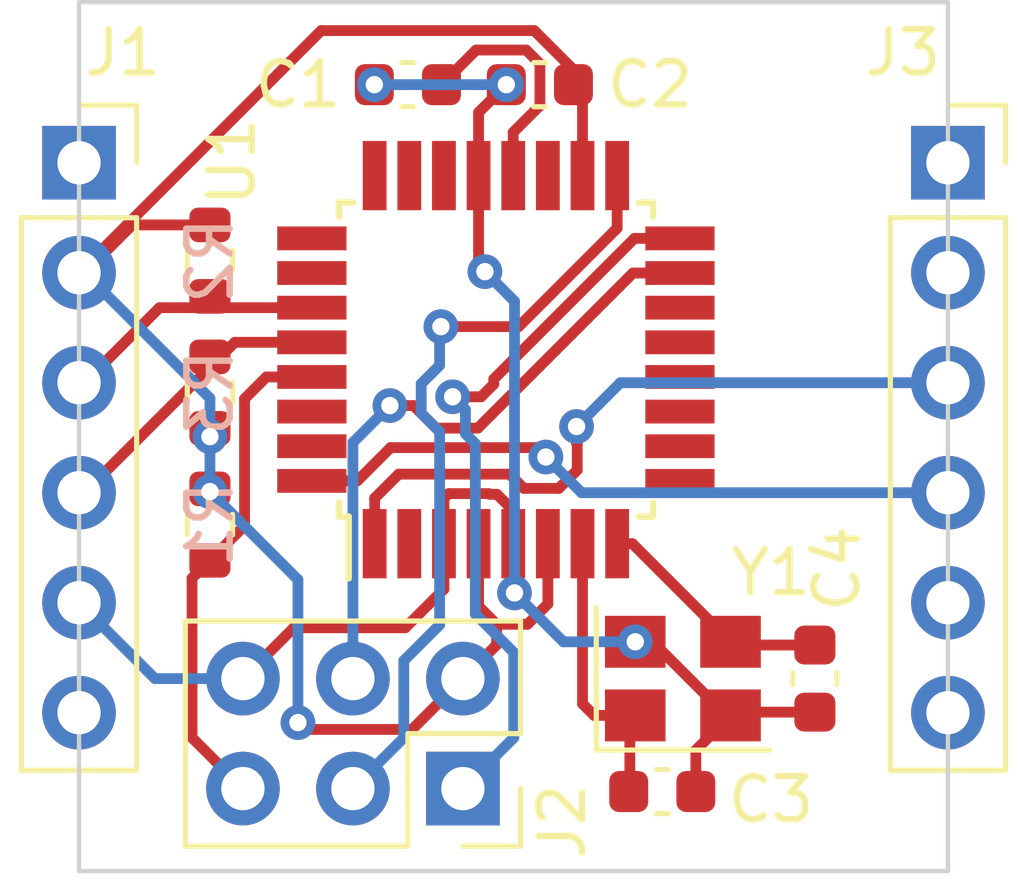
<source format=kicad_pcb>
(kicad_pcb (version 20210722) (generator pcbnew)
  (layers (0 "F.Cu" signal) (31 "B.Cu" signal) (34 "B.Paste" user) (35 "F.Paste" user) (36 "B.SilkS" user "B.Silkscreen") (37 "F.SilkS" user "F.Silkscreen") (38 "B.Mask" user) (39 "F.Mask" user) (44 "Edge.Cuts" user))
  (net 0 "")
  (net 1 "GND")
  (net 2 "Net-(C1-Pad2)")
  (net 3 "+3V3")
  (net 4 "/XTAL1")
  (net 5 "/XTAL2")
  (net 6 "/HOST SDA")
  (net 7 "/HOST SCL")
  (net 8 "/ICSP MISO")
  (net 9 "/ICSP SCK")
  (net 10 "/ICSP MOSI")
  (net 11 "/ICSP RST")
  (net 12 "/OLED SDA")
  (net 13 "/OLED SCL")
  (footprint "Resistor_SMD:R_0603_1608Metric" (layer "F.Cu") (at 125.984 83.058 90)
    (fp_text reference "R3" (at 0 0 90) (layer "B.SilkS") (effects (justify mirror)))
    (fp_text value "tbd")
    (fp_line (start -0.237258 0.5225) (end 0.237258 0.5225) (layer "F.SilkS") (width 0.12))
    (fp_line (start -0.237258 -0.5225) (end 0.237258 -0.5225) (layer "F.SilkS") (width 0.12))
    (pad "1" smd roundrect locked (at -0.825 0 90) (size 0.8 0.95) (layers "F.Cu" "F.Paste" "F.Mask") (net 3 "+3V3"))
    (pad "2" smd roundrect locked (at 0.825 0 90) (size 0.8 0.95) (layers "F.Cu" "F.Paste" "F.Mask") (net 7 "/HOST SCL"))
  )
  (footprint "Capacitor_SMD:C_0603_1608Metric" (layer "F.Cu") (at 139.954 89.662 -90)
    (fp_text reference "C4" (at -2.54 -0.508 90) (layer "F.SilkS"))
    (fp_text value "12p")
    (fp_line (start -0.14058 0.51) (end 0.14058 0.51) (layer "F.SilkS") (width 0.12))
    (fp_line (start -0.14058 -0.51) (end 0.14058 -0.51) (layer "F.SilkS") (width 0.12))
    (pad "1" smd roundrect locked (at -0.775 0 270) (size 0.9 0.95) (layers "F.Cu" "F.Paste" "F.Mask") (net 5 "/XTAL2"))
    (pad "2" smd roundrect locked (at 0.775 0 270) (size 0.9 0.95) (layers "F.Cu" "F.Paste" "F.Mask") (net 1 "GND"))
  )
  (footprint "Connector_PinSocket_2.54mm:PinSocket_2x03_P2.54mm_Vertical" (layer "F.Cu") (at 131.826 92.202 -90)
    (fp_text reference "J2" (at 0.762 -2.294 90) (layer "F.SilkS"))
    (fp_text value "ICSP")
    (fp_line (start 1.33 -1.33) (end 1.33 0) (layer "F.SilkS") (width 0.12))
    (fp_line (start -3.87 -1.33) (end -1.27 -1.33) (layer "F.SilkS") (width 0.12))
    (fp_line (start -3.87 6.41) (end 1.33 6.41) (layer "F.SilkS") (width 0.12))
    (fp_line (start -3.87 -1.33) (end -3.87 6.41) (layer "F.SilkS") (width 0.12))
    (fp_line (start -1.27 1.27) (end 1.33 1.27) (layer "F.SilkS") (width 0.12))
    (fp_line (start 1.33 1.27) (end 1.33 6.41) (layer "F.SilkS") (width 0.12))
    (fp_line (start -1.27 -1.33) (end -1.27 1.27) (layer "F.SilkS") (width 0.12))
    (fp_line (start 0 -1.33) (end 1.33 -1.33) (layer "F.SilkS") (width 0.12))
    (pad "1" thru_hole rect locked (at 0 0 270) (size 1.7 1.7) (drill 1) (layers *.Cu *.Mask) (net 8 "/ICSP MISO"))
    (pad "2" thru_hole oval locked (at -2.54 0 270) (size 1.7 1.7) (drill 1) (layers *.Cu *.Mask) (net 3 "+3V3"))
    (pad "3" thru_hole oval locked (at 0 2.54 270) (size 1.7 1.7) (drill 1) (layers *.Cu *.Mask) (net 9 "/ICSP SCK"))
    (pad "4" thru_hole oval locked (at -2.54 2.54 270) (size 1.7 1.7) (drill 1) (layers *.Cu *.Mask) (net 10 "/ICSP MOSI"))
    (pad "5" thru_hole oval locked (at 0 5.08 270) (size 1.7 1.7) (drill 1) (layers *.Cu *.Mask) (net 11 "/ICSP RST"))
    (pad "6" thru_hole oval locked (at -2.54 5.08 270) (size 1.7 1.7) (drill 1) (layers *.Cu *.Mask) (net 1 "GND"))
  )
  (footprint "Connector_PinSocket_2.54mm:PinSocket_1x06_P2.54mm_Vertical" (layer "F.Cu") (at 143.027 77.749)
    (fp_text reference "J3" (at -1.041 -2.54) (layer "F.SilkS"))
    (fp_text value "Output")
    (fp_line (start 1.33 1.27) (end 1.33 14.03) (layer "F.SilkS") (width 0.12))
    (fp_line (start -1.33 1.27) (end -1.33 14.03) (layer "F.SilkS") (width 0.12))
    (fp_line (start -1.33 14.03) (end 1.33 14.03) (layer "F.SilkS") (width 0.12))
    (fp_line (start -1.33 1.27) (end 1.33 1.27) (layer "F.SilkS") (width 0.12))
    (fp_line (start 0 -1.33) (end 1.33 -1.33) (layer "F.SilkS") (width 0.12))
    (fp_line (start 1.33 -1.33) (end 1.33 0) (layer "F.SilkS") (width 0.12))
    (pad "1" thru_hole rect locked (at 0 0) (size 1.7 1.7) (drill 1) (layers *.Cu *.Mask))
    (pad "2" thru_hole oval locked (at 0 2.54) (size 1.7 1.7) (drill 1) (layers *.Cu *.Mask))
    (pad "3" thru_hole oval locked (at 0 5.08) (size 1.7 1.7) (drill 1) (layers *.Cu *.Mask) (net 12 "/OLED SDA"))
    (pad "4" thru_hole oval locked (at 0 7.62) (size 1.7 1.7) (drill 1) (layers *.Cu *.Mask) (net 13 "/OLED SCL"))
    (pad "5" thru_hole oval locked (at 0 10.16) (size 1.7 1.7) (drill 1) (layers *.Cu *.Mask))
    (pad "6" thru_hole oval locked (at 0 12.7) (size 1.7 1.7) (drill 1) (layers *.Cu *.Mask))
  )
  (footprint "Crystal:Crystal_SMD_3225-4Pin_3.2x2.5mm" (layer "F.Cu") (at 136.906 89.662)
    (fp_text reference "Y1" (at 2.032 -2.45) (layer "F.SilkS"))
    (fp_text value "16MHz YSX321SL")
    (fp_line (start -2 -1.65) (end -2 1.65) (layer "F.SilkS") (width 0.12))
    (fp_line (start -2 1.65) (end 2 1.65) (layer "F.SilkS") (width 0.12))
    (pad "1" smd rect locked (at -1.1 0.85) (size 1.4 1.2) (layers "F.Cu" "F.Paste" "F.Mask") (net 4 "/XTAL1"))
    (pad "2" smd rect locked (at 1.1 0.85) (size 1.4 1.2) (layers "F.Cu" "F.Paste" "F.Mask") (net 1 "GND"))
    (pad "3" smd rect locked (at 1.1 -0.85) (size 1.4 1.2) (layers "F.Cu" "F.Paste" "F.Mask") (net 5 "/XTAL2"))
    (pad "4" smd rect locked (at -1.1 -0.85) (size 1.4 1.2) (layers "F.Cu" "F.Paste" "F.Mask") (net 1 "GND"))
  )
  (footprint "Resistor_SMD:R_0603_1608Metric" (layer "F.Cu") (at 125.984 80.01 -90)
    (fp_text reference "R2" (at 0 0 -270) (layer "B.SilkS") (effects (justify mirror)))
    (fp_text value "tbd")
    (fp_line (start -0.237258 0.5225) (end 0.237258 0.5225) (layer "F.SilkS") (width 0.12))
    (fp_line (start -0.237258 -0.5225) (end 0.237258 -0.5225) (layer "F.SilkS") (width 0.12))
    (pad "1" smd roundrect locked (at -0.825 0 270) (size 0.8 0.95) (layers "F.Cu" "F.Paste" "F.Mask") (net 3 "+3V3"))
    (pad "2" smd roundrect locked (at 0.825 0 270) (size 0.8 0.95) (layers "F.Cu" "F.Paste" "F.Mask") (net 6 "/HOST SDA"))
  )
  (footprint "Capacitor_SMD:C_0603_1608Metric" (layer "F.Cu") (at 130.556 75.946)
    (fp_text reference "C1" (at -2.54 0) (layer "F.SilkS"))
    (fp_text value "0u1")
    (fp_line (start -0.14058 -0.51) (end 0.14058 -0.51) (layer "F.SilkS") (width 0.12))
    (fp_line (start -0.14058 0.51) (end 0.14058 0.51) (layer "F.SilkS") (width 0.12))
    (pad "1" smd roundrect locked (at -0.775 0) (size 0.9 0.95) (layers "F.Cu" "F.Paste" "F.Mask") (net 1 "GND"))
    (pad "2" smd roundrect locked (at 0.775 0) (size 0.9 0.95) (layers "F.Cu" "F.Paste" "F.Mask") (net 2 "Net-(C1-Pad2)"))
  )
  (footprint "Resistor_SMD:R_0603_1608Metric" (layer "F.Cu") (at 125.984 86.106 90)
    (fp_text reference "R1" (at 0 0 90) (layer "B.SilkS") (effects (justify mirror)))
    (fp_text value "10K")
    (fp_line (start -0.237258 -0.5225) (end 0.237258 -0.5225) (layer "F.SilkS") (width 0.12))
    (fp_line (start -0.237258 0.5225) (end 0.237258 0.5225) (layer "F.SilkS") (width 0.12))
    (pad "1" smd roundrect locked (at -0.825 0 90) (size 0.8 0.95) (layers "F.Cu" "F.Paste" "F.Mask") (net 11 "/ICSP RST"))
    (pad "2" smd roundrect locked (at 0.825 0 90) (size 0.8 0.95) (layers "F.Cu" "F.Paste" "F.Mask") (net 3 "+3V3"))
  )
  (footprint "Connector_PinSocket_2.54mm:PinSocket_1x06_P2.54mm_Vertical" (layer "F.Cu") (at 122.961 77.749)
    (fp_text reference "J1" (at 1.016 -2.54) (layer "F.SilkS"))
    (fp_text value "Input")
    (fp_line (start 1.33 1.27) (end 1.33 14.03) (layer "F.SilkS") (width 0.12))
    (fp_line (start 1.33 -1.33) (end 1.33 0) (layer "F.SilkS") (width 0.12))
    (fp_line (start -1.33 1.27) (end -1.33 14.03) (layer "F.SilkS") (width 0.12))
    (fp_line (start 0 -1.33) (end 1.33 -1.33) (layer "F.SilkS") (width 0.12))
    (fp_line (start -1.33 14.03) (end 1.33 14.03) (layer "F.SilkS") (width 0.12))
    (fp_line (start -1.33 1.27) (end 1.33 1.27) (layer "F.SilkS") (width 0.12))
    (pad "1" thru_hole rect locked (at 0 0) (size 1.7 1.7) (drill 1) (layers *.Cu *.Mask))
    (pad "2" thru_hole oval locked (at 0 2.54) (size 1.7 1.7) (drill 1) (layers *.Cu *.Mask) (net 3 "+3V3"))
    (pad "3" thru_hole oval locked (at 0 5.08) (size 1.7 1.7) (drill 1) (layers *.Cu *.Mask) (net 6 "/HOST SDA"))
    (pad "4" thru_hole oval locked (at 0 7.62) (size 1.7 1.7) (drill 1) (layers *.Cu *.Mask) (net 7 "/HOST SCL"))
    (pad "5" thru_hole oval locked (at 0 10.16) (size 1.7 1.7) (drill 1) (layers *.Cu *.Mask) (net 1 "GND"))
    (pad "6" thru_hole oval locked (at 0 12.7) (size 1.7 1.7) (drill 1) (layers *.Cu *.Mask))
  )
  (footprint "Capacitor_SMD:C_0603_1608Metric" (layer "F.Cu") (at 136.43 92.27 180)
    (fp_text reference "C3" (at -2.508 -0.186) (layer "F.SilkS"))
    (fp_text value "12p")
    (fp_line (start -0.14058 0.51) (end 0.14058 0.51) (layer "F.SilkS") (width 0.12))
    (fp_line (start -0.14058 -0.51) (end 0.14058 -0.51) (layer "F.SilkS") (width 0.12))
    (pad "1" smd roundrect locked (at -0.775 0 180) (size 0.9 0.95) (layers "F.Cu" "F.Paste" "F.Mask") (net 1 "GND"))
    (pad "2" smd roundrect locked (at 0.775 0 180) (size 0.9 0.95) (layers "F.Cu" "F.Paste" "F.Mask") (net 4 "/XTAL1"))
  )
  (footprint "Capacitor_SMD:C_0603_1608Metric" (layer "F.Cu") (at 133.604 75.946 180)
    (fp_text reference "C2" (at -2.54 0) (layer "F.SilkS"))
    (fp_text value "0u1")
    (fp_line (start -0.14058 0.51) (end 0.14058 0.51) (layer "F.SilkS") (width 0.12))
    (fp_line (start -0.14058 -0.51) (end 0.14058 -0.51) (layer "F.SilkS") (width 0.12))
    (pad "1" smd roundrect locked (at -0.775 0 180) (size 0.9 0.95) (layers "F.Cu" "F.Paste" "F.Mask") (net 3 "+3V3"))
    (pad "2" smd roundrect locked (at 0.775 0 180) (size 0.9 0.95) (layers "F.Cu" "F.Paste" "F.Mask") (net 1 "GND"))
  )
  (footprint "Package_QFP:TQFP-32_7x7mm_P0.8mm" (layer "F.Cu") (at 132.588 82.296 90)
    (fp_text reference "U1" (at 4.572 -6.096 90) (layer "F.SilkS"))
    (fp_text value "ATmega328-AU")
    (fp_line (start 3.625 3.625) (end 3.3 3.625) (layer "F.SilkS") (width 0.15))
    (fp_line (start 3.625 -3.625) (end 3.3 -3.625) (layer "F.SilkS") (width 0.15))
    (fp_line (start 3.625 3.625) (end 3.625 3.3) (layer "F.SilkS") (width 0.15))
    (fp_line (start -3.625 -3.4) (end -5.05 -3.4) (layer "F.SilkS") (width 0.15))
    (fp_line (start -3.625 -3.625) (end -3.625 -3.4) (layer "F.SilkS") (width 0.15))
    (fp_line (start -3.625 3.625) (end -3.3 3.625) (layer "F.SilkS") (width 0.15))
    (fp_line (start -3.625 -3.625) (end -3.3 -3.625) (layer "F.SilkS") (width 0.15))
    (fp_line (start -3.625 3.625) (end -3.625 3.3) (layer "F.SilkS") (width 0.15))
    (fp_line (start 3.625 -3.625) (end 3.625 -3.3) (layer "F.SilkS") (width 0.15))
    (pad "1" smd rect locked (at -4.25 -2.8 90) (size 1.6 0.55) (layers "F.Cu" "F.Paste" "F.Mask") (net 12 "/OLED SDA"))
    (pad "2" smd rect locked (at -4.25 -2 90) (size 1.6 0.55) (layers "F.Cu" "F.Paste" "F.Mask"))
    (pad "3" smd rect locked (at -4.25 -1.2 90) (size 1.6 0.55) (layers "F.Cu" "F.Paste" "F.Mask") (net 1 "GND"))
    (pad "4" smd rect locked (at -4.25 -0.4 90) (size 1.6 0.55) (layers "F.Cu" "F.Paste" "F.Mask") (net 3 "+3V3"))
    (pad "5" smd rect locked (at -4.25 0.4 90) (size 1.6 0.55) (layers "F.Cu" "F.Paste" "F.Mask") (net 1 "GND"))
    (pad "6" smd rect locked (at -4.25 1.2 90) (size 1.6 0.55) (layers "F.Cu" "F.Paste" "F.Mask") (net 3 "+3V3"))
    (pad "7" smd rect locked (at -4.25 2 90) (size 1.6 0.55) (layers "F.Cu" "F.Paste" "F.Mask") (net 4 "/XTAL1"))
    (pad "8" smd rect locked (at -4.25 2.8 90) (size 1.6 0.55) (layers "F.Cu" "F.Paste" "F.Mask") (net 5 "/XTAL2"))
    (pad "9" smd rect locked (at -2.8 4.25 180) (size 1.6 0.55) (layers "F.Cu" "F.Paste" "F.Mask"))
    (pad "10" smd rect locked (at -2 4.25 180) (size 1.6 0.55) (layers "F.Cu" "F.Paste" "F.Mask"))
    (pad "11" smd rect locked (at -1.2 4.25 180) (size 1.6 0.55) (layers "F.Cu" "F.Paste" "F.Mask"))
    (pad "12" smd rect locked (at -0.4 4.25 180) (size 1.6 0.55) (layers "F.Cu" "F.Paste" "F.Mask"))
    (pad "13" smd rect locked (at 0.4 4.25 180) (size 1.6 0.55) (layers "F.Cu" "F.Paste" "F.Mask"))
    (pad "14" smd rect locked (at 1.2 4.25 180) (size 1.6 0.55) (layers "F.Cu" "F.Paste" "F.Mask"))
    (pad "15" smd rect locked (at 2 4.25 180) (size 1.6 0.55) (layers "F.Cu" "F.Paste" "F.Mask") (net 10 "/ICSP MOSI"))
    (pad "16" smd rect locked (at 2.8 4.25 180) (size 1.6 0.55) (layers "F.Cu" "F.Paste" "F.Mask") (net 8 "/ICSP MISO"))
    (pad "17" smd rect locked (at 4.25 2.8 90) (size 1.6 0.55) (layers "F.Cu" "F.Paste" "F.Mask") (net 9 "/ICSP SCK"))
    (pad "18" smd rect locked (at 4.25 2 90) (size 1.6 0.55) (layers "F.Cu" "F.Paste" "F.Mask") (net 3 "+3V3"))
    (pad "19" smd rect locked (at 4.25 1.2 90) (size 1.6 0.55) (layers "F.Cu" "F.Paste" "F.Mask"))
    (pad "20" smd rect locked (at 4.25 0.4 90) (size 1.6 0.55) (layers "F.Cu" "F.Paste" "F.Mask") (net 2 "Net-(C1-Pad2)"))
    (pad "21" smd rect locked (at 4.25 -0.4 90) (size 1.6 0.55) (layers "F.Cu" "F.Paste" "F.Mask") (net 1 "GND"))
    (pad "22" smd rect locked (at 4.25 -1.2 90) (size 1.6 0.55) (layers "F.Cu" "F.Paste" "F.Mask"))
    (pad "23" smd rect locked (at 4.25 -2 90) (size 1.6 0.55) (layers "F.Cu" "F.Paste" "F.Mask"))
    (pad "24" smd rect locked (at 4.25 -2.8 90) (size 1.6 0.55) (layers "F.Cu" "F.Paste" "F.Mask"))
    (pad "25" smd rect locked (at 2.8 -4.25 180) (size 1.6 0.55) (layers "F.Cu" "F.Paste" "F.Mask"))
    (pad "26" smd rect locked (at 2 -4.25 180) (size 1.6 0.55) (layers "F.Cu" "F.Paste" "F.Mask"))
    (pad "27" smd rect locked (at 1.2 -4.25 180) (size 1.6 0.55) (layers "F.Cu" "F.Paste" "F.Mask") (net 6 "/HOST SDA"))
    (pad "28" smd rect locked (at 0.4 -4.25 180) (size 1.6 0.55) (layers "F.Cu" "F.Paste" "F.Mask") (net 7 "/HOST SCL"))
    (pad "29" smd rect locked (at -0.4 -4.25 180) (size 1.6 0.55) (layers "F.Cu" "F.Paste" "F.Mask") (net 11 "/ICSP RST"))
    (pad "30" smd rect locked (at -1.2 -4.25 180) (size 1.6 0.55) (layers "F.Cu" "F.Paste" "F.Mask"))
    (pad "31" smd rect locked (at -2 -4.25 180) (size 1.6 0.55) (layers "F.Cu" "F.Paste" "F.Mask"))
    (pad "32" smd rect locked (at -2.8 -4.25 180) (size 1.6 0.55) (layers "F.Cu" "F.Paste" "F.Mask") (net 13 "/OLED SCL"))
  )
  (gr_rect (start 143.027 94.107) (end 122.961 74.041) (layer "Edge.Cuts") (width 0.1) (fill none))
  (segment (start 131.493615 85.390385) (end 132.427947 85.390385) (width 0.25) (layer "F.Cu") (net 1))
  (segment (start 131.388 86.546) (end 131.388 85.496) (width 0.25) (layer "F.Cu") (net 1))
  (segment (start 137.906 90.512) (end 136.206 88.812) (width 0.25) (layer "F.Cu") (net 1))
  (segment (start 132.443624 85.406062) (end 132.613406 85.406062) (width 0.25) (layer "F.Cu") (net 1))
  (segment (start 132.829 75.946) (end 132.188 76.587) (width 0.25) (layer "F.Cu") (net 1))
  (segment (start 132.988 86.546) (end 132.988 87.653963) (width 0.25) (layer "F.Cu") (net 1))
  (segment (start 131.388 85.496) (end 131.493615 85.390385) (width 0.25) (layer "F.Cu") (net 1))
  (segment (start 135.806 88.816) (end 135.89 88.9) (width 0.25) (layer "F.Cu") (net 1))
  (segment (start 138.006 90.512) (end 137.906 90.512) (width 0.25) (layer "F.Cu") (net 1))
  (segment (start 132.988 87.653963) (end 133.0175 87.683463) (width 0.25) (layer "F.Cu") (net 1))
  (segment (start 132.188 76.587) (end 132.188 78.046) (width 0.25) (layer "F.Cu") (net 1))
  (segment (start 137.205 91.313) (end 138.006 90.512) (width 0.25) (layer "F.Cu") (net 1))
  (segment (start 132.427947 85.390385) (end 132.443624 85.406062) (width 0.25) (layer "F.Cu") (net 1))
  (segment (start 136.206 88.812) (end 135.806 88.812) (width 0.25) (layer "F.Cu") (net 1))
  (segment (start 139.954 90.437) (end 138.081 90.437) (width 0.25) (layer "F.Cu") (net 1))
  (segment (start 131.388 86.546) (end 131.388 87.596) (width 0.25) (layer "F.Cu") (net 1))
  (segment (start 132.988 85.780656) (end 132.988 86.546) (width 0.25) (layer "F.Cu") (net 1))
  (segment (start 127.920511 88.487489) (end 126.746 89.662) (width 0.25) (layer "F.Cu") (net 1))
  (segment (start 131.388 87.596) (end 130.496511 88.487489) (width 0.25) (layer "F.Cu") (net 1))
  (segment (start 132.613406 85.406062) (end 132.988 85.780656) (width 0.25) (layer "F.Cu") (net 1))
  (segment (start 130.496511 88.487489) (end 127.920511 88.487489) (width 0.25) (layer "F.Cu") (net 1))
  (segment (start 137.205 92.27) (end 137.205 91.313) (width 0.25) (layer "F.Cu") (net 1))
  (segment (start 132.188 78.046) (end 132.188 80.118) (width 0.25) (layer "F.Cu") (net 1))
  (segment (start 132.188 80.118) (end 132.334 80.264) (width 0.25) (layer "F.Cu") (net 1))
  (segment (start 138.081 90.437) (end 138.006 90.512) (width 0.25) (layer "F.Cu") (net 1))
  (segment (start 135.806 88.812) (end 135.806 88.816) (width 0.25) (layer "F.Cu") (net 1))
  (via (at 133.0175 87.683463) (size 0.8) (drill 0.4) (layers "F.Cu" "B.Cu") (net 1))
  (via (at 132.334 80.264) (size 0.8) (drill 0.4) (layers "F.Cu" "B.Cu") (net 1))
  (via (at 129.781 75.946) (size 0.8) (drill 0.4) (layers "F.Cu" "B.Cu") (net 1))
  (via (at 132.829 75.946) (size 0.8) (drill 0.4) (layers "F.Cu" "B.Cu") (net 1))
  (via (at 135.806 88.812) (size 0.8) (drill 0.4) (layers "F.Cu" "B.Cu") (net 1))
  (segment (start 124.714 89.662) (end 123.08602 88.03402) (width 0.25) (layer "B.Cu") (net 1))
  (segment (start 132.334 80.264) (end 133.0175 80.9475) (width 0.25) (layer "B.Cu") (net 1))
  (segment (start 132.829 75.946) (end 129.781 75.946) (width 0.25) (layer "B.Cu") (net 1))
  (segment (start 134.146037 88.812) (end 135.806 88.812) (width 0.25) (layer "B.Cu") (net 1))
  (segment (start 126.746 89.662) (end 124.714 89.662) (width 0.25) (layer "B.Cu") (net 1))
  (segment (start 133.0175 80.9475) (end 133.0175 87.683463) (width 0.25) (layer "B.Cu") (net 1))
  (segment (start 133.0175 87.683463) (end 134.146037 88.812) (width 0.25) (layer "B.Cu") (net 1))
  (segment (start 132.988 77.045372) (end 133.60448 76.428892) (width 0.25) (layer "F.Cu") (net 2))
  (segment (start 133.60448 75.463108) (end 133.287852 75.14648) (width 0.25) (layer "F.Cu") (net 2))
  (segment (start 132.988 78.046) (end 132.988 77.045372) (width 0.25) (layer "F.Cu") (net 2))
  (segment (start 133.287852 75.14648) (end 132.13052 75.14648) (width 0.25) (layer "F.Cu") (net 2))
  (segment (start 132.13052 75.14648) (end 131.331 75.946) (width 0.25) (layer "F.Cu") (net 2))
  (segment (start 133.60448 76.428892) (end 133.60448 75.463108) (width 0.25) (layer "F.Cu") (net 2))
  (segment (start 124.19002 79.185) (end 123.08602 80.289) (width 0.25) (layer "F.Cu") (net 3))
  (segment (start 131.826 89.662) (end 130.651489 90.836511) (width 0.25) (layer "F.Cu") (net 3))
  (segment (start 133.788 87.937577) (end 133.317603 88.407974) (width 0.25) (layer "F.Cu") (net 3))
  (segment (start 132.603974 88.884026) (end 132.603974 88.407974) (width 0.25) (layer "F.Cu") (net 3))
  (segment (start 134.588 76.155) (end 134.588 78.046) (width 0.25) (layer "F.Cu") (net 3))
  (segment (start 133.788 86.546) (end 133.788 87.937577) (width 0.25) (layer "F.Cu") (net 3))
  (segment (start 125.984 85.281) (end 125.984 85.344) (width 0.25) (layer "F.Cu") (net 3))
  (segment (start 133.317603 88.407974) (end 132.603974 88.407974) (width 0.25) (layer "F.Cu") (net 3))
  (segment (start 133.474045 74.696969) (end 128.553031 74.696969) (width 0.25) (layer "F.Cu") (net 3))
  (segment (start 132.188 87.992) (end 132.188 86.546) (width 0.25) (layer "F.Cu") (net 3))
  (segment (start 125.984 83.883) (end 125.984 84.074) (width 0.25) (layer "F.Cu") (net 3))
  (segment (start 130.651489 90.836511) (end 128.174511 90.836511) (width 0.25) (layer "F.Cu") (net 3))
  (segment (start 134.379 75.946) (end 134.379 75.601924) (width 0.25) (layer "F.Cu") (net 3))
  (segment (start 134.379 75.601924) (end 133.474045 74.696969) (width 0.25) (layer "F.Cu") (net 3))
  (segment (start 134.379 75.946) (end 134.588 76.155) (width 0.25) (layer "F.Cu") (net 3))
  (segment (start 125.984 79.185) (end 124.19002 79.185) (width 0.25) (layer "F.Cu") (net 3))
  (segment (start 128.553031 74.696969) (end 123.08602 80.16398) (width 0.25) (layer "F.Cu") (net 3))
  (segment (start 128.174511 90.836511) (end 128.016 90.678) (width 0.25) (layer "F.Cu") (net 3))
  (segment (start 131.826 89.662) (end 132.603974 88.884026) (width 0.25) (layer "F.Cu") (net 3))
  (segment (start 132.603974 88.407974) (end 132.188 87.992) (width 0.25) (layer "F.Cu") (net 3))
  (via (at 125.984 85.344) (size 0.8) (drill 0.4) (layers "F.Cu" "B.Cu") (net 3))
  (via (at 128.016 90.678) (size 0.8) (drill 0.4) (layers "F.Cu" "B.Cu") (net 3))
  (via (at 125.984 84.074) (size 0.8) (drill 0.4) (layers "F.Cu" "B.Cu") (net 3))
  (segment (start 128.016 87.376) (end 125.984 85.344) (width 0.25) (layer "B.Cu") (net 3))
  (segment (start 125.984 84.074) (end 125.984 83.18698) (width 0.25) (layer "B.Cu") (net 3))
  (segment (start 125.984 83.18698) (end 123.08602 80.289) (width 0.25) (layer "B.Cu") (net 3))
  (segment (start 125.984 85.344) (end 125.984 84.074) (width 0.25) (layer "B.Cu") (net 3))
  (segment (start 128.016 90.678) (end 128.016 87.376) (width 0.25) (layer "B.Cu") (net 3))
  (segment (start 134.694 90.35) (end 134.856 90.512) (width 0.25) (layer "F.Cu") (net 4))
  (segment (start 134.588 90.244) (end 134.694 90.35) (width 0.25) (layer "F.Cu") (net 4))
  (segment (start 135.681 90.637) (end 135.806 90.512) (width 0.25) (layer "F.Cu") (net 4))
  (segment (start 135.681 92.27) (end 135.681 90.637) (width 0.25) (layer "F.Cu") (net 4))
  (segment (start 134.856 90.512) (end 135.806 90.512) (width 0.25) (layer "F.Cu") (net 4))
  (segment (start 134.588 86.546) (end 134.588 90.244) (width 0.25) (layer "F.Cu") (net 4))
  (segment (start 139.954 88.887) (end 138.081 88.887) (width 0.25) (layer "F.Cu") (net 5))
  (segment (start 138.081 88.887) (end 138.006 88.812) (width 0.25) (layer "F.Cu") (net 5))
  (segment (start 135.388 86.546) (end 135.74 86.546) (width 0.25) (layer "F.Cu") (net 5))
  (segment (start 135.74 86.546) (end 138.006 88.812) (width 0.25) (layer "F.Cu") (net 5))
  (segment (start 124.81902 81.096) (end 123.08602 82.829) (width 0.25) (layer "F.Cu") (net 6))
  (segment (start 128.338 81.096) (end 124.81902 81.096) (width 0.25) (layer "F.Cu") (net 6))
  (segment (start 126.55902 81.896) (end 123.08602 85.369) (width 0.25) (layer "F.Cu") (net 7))
  (segment (start 128.338 81.896) (end 126.55902 81.896) (width 0.25) (layer "F.Cu") (net 7))
  (segment (start 132.538732 82.745268) (end 132.538732 82.86249) (width 0.25) (layer "F.Cu") (net 8))
  (segment (start 135.788 79.496) (end 132.538732 82.745268) (width 0.25) (layer "F.Cu") (net 8))
  (segment (start 132.538732 82.86249) (end 132.247233 83.153989) (width 0.25) (layer "F.Cu") (net 8))
  (segment (start 136.838 79.496) (end 135.788 79.496) (width 0.25) (layer "F.Cu") (net 8))
  (segment (start 132.247233 83.153989) (end 131.588034 83.153989) (width 0.25) (layer "F.Cu") (net 8))
  (via (at 131.588034 83.153989) (size 0.8) (drill 0.4) (layers "F.Cu" "B.Cu") (net 8))
  (segment (start 132.11319 84.234894) (end 131.884489 84.006193) (width 0.25) (layer "B.Cu") (net 8))
  (segment (start 131.884489 83.450444) (end 131.588034 83.153989) (width 0.25) (layer "B.Cu") (net 8))
  (segment (start 133.000511 91.027489) (end 133.000511 89.058511) (width 0.25) (layer "B.Cu") (net 8))
  (segment (start 132.11319 88.17119) (end 132.11319 84.234894) (width 0.25) (layer "B.Cu") (net 8))
  (segment (start 133.000511 89.058511) (end 132.11319 88.17119) (width 0.25) (layer "B.Cu") (net 8))
  (segment (start 131.826 92.202) (end 133.000511 91.027489) (width 0.25) (layer "B.Cu") (net 8))
  (segment (start 131.884489 84.006193) (end 131.884489 83.450444) (width 0.25) (layer "B.Cu") (net 8))
  (segment (start 135.388 79.260282) (end 133.114282 81.534) (width 0.25) (layer "F.Cu") (net 9))
  (segment (start 133.114282 81.534) (end 131.318 81.534) (width 0.25) (layer "F.Cu") (net 9))
  (segment (start 135.388 78.046) (end 135.388 79.260282) (width 0.25) (layer "F.Cu") (net 9))
  (via (at 131.318 81.534) (size 0.8) (drill 0.4) (layers "F.Cu" "B.Cu") (net 9))
  (segment (start 130.460511 91.027489) (end 129.286 92.202) (width 0.25) (layer "B.Cu") (net 9))
  (segment (start 130.460511 89.249489) (end 130.460511 91.027489) (width 0.25) (layer "B.Cu") (net 9))
  (segment (start 131.288363 83.960003) (end 131.288363 88.421637) (width 0.25) (layer "B.Cu") (net 9))
  (segment (start 130.863533 83.535173) (end 131.288363 83.960003) (width 0.25) (layer "B.Cu") (net 9))
  (segment (start 131.287935 81.564065) (end 131.287935 82.429488) (width 0.25) (layer "B.Cu") (net 9))
  (segment (start 131.318 81.534) (end 131.287935 81.564065) (width 0.25) (layer "B.Cu") (net 9))
  (segment (start 131.287935 82.429488) (end 130.863533 82.85389) (width 0.25) (layer "B.Cu") (net 9))
  (segment (start 131.288363 88.421637) (end 130.460511 89.249489) (width 0.25) (layer "B.Cu") (net 9))
  (segment (start 130.863533 82.85389) (end 130.863533 83.535173) (width 0.25) (layer "B.Cu") (net 9))
  (segment (start 135.753359 80.296) (end 132.17087 83.878489) (width 0.25) (layer "F.Cu") (net 10))
  (segment (start 132.17087 83.878489) (end 131.206849 83.878489) (width 0.25) (layer "F.Cu") (net 10))
  (segment (start 130.685375 83.357015) (end 130.139033 83.357015) (width 0.25) (layer "F.Cu") (net 10))
  (segment (start 131.206849 83.878489) (end 130.685375 83.357015) (width 0.25) (layer "F.Cu") (net 10))
  (segment (start 136.838 80.296) (end 135.753359 80.296) (width 0.25) (layer "F.Cu") (net 10))
  (via (at 130.139033 83.357015) (size 0.8) (drill 0.4) (layers "F.Cu" "B.Cu") (net 10))
  (segment (start 129.286 84.210048) (end 130.139033 83.357015) (width 0.25) (layer "B.Cu") (net 10))
  (segment (start 129.286 89.662) (end 129.286 84.210048) (width 0.25) (layer "B.Cu") (net 10))
  (segment (start 125.571489 87.343511) (end 125.571489 91.027489) (width 0.25) (layer "F.Cu") (net 11))
  (segment (start 125.571489 91.027489) (end 126.746 92.202) (width 0.25) (layer "F.Cu") (net 11))
  (segment (start 127.288 82.696) (end 126.78352 83.20048) (width 0.25) (layer "F.Cu") (net 11))
  (segment (start 125.984 86.931) (end 125.571489 87.343511) (width 0.25) (layer "F.Cu") (net 11))
  (segment (start 126.78352 83.20048) (end 126.78352 86.13148) (width 0.25) (layer "F.Cu") (net 11))
  (segment (start 128.338 82.696) (end 127.288 82.696) (width 0.25) (layer "F.Cu") (net 11))
  (segment (start 126.78352 86.13148) (end 125.984 86.931) (width 0.25) (layer "F.Cu") (net 11))
  (segment (start 134.042099 85.269693) (end 134.466501 84.845291) (width 0.25) (layer "F.Cu") (net 12))
  (segment (start 129.788 85.496) (end 130.343126 84.940874) (width 0.25) (layer "F.Cu") (net 12))
  (segment (start 130.343126 84.940874) (end 132.904261 84.940874) (width 0.25) (layer "F.Cu") (net 12))
  (segment (start 133.23308 85.269693) (end 134.042099 85.269693) (width 0.25) (layer "F.Cu") (net 12))
  (segment (start 129.788 86.546) (end 129.788 85.496) (width 0.25) (layer "F.Cu") (net 12))
  (segment (start 134.466501 84.845291) (end 134.466501 84.245093) (width 0.25) (layer "F.Cu") (net 12))
  (segment (start 134.450916 84.229508) (end 134.450916 83.840604) (width 0.25) (layer "F.Cu") (net 12))
  (segment (start 132.904261 84.940874) (end 133.23308 85.269693) (width 0.25) (layer "F.Cu") (net 12))
  (segment (start 134.466501 84.245093) (end 134.450916 84.229508) (width 0.25) (layer "F.Cu") (net 12))
  (via (at 134.450916 83.840604) (size 0.8) (drill 0.4) (layers "F.Cu" "B.Cu") (net 12))
  (segment (start 142.90198 82.829) (end 135.46252 82.829) (width 0.25) (layer "B.Cu") (net 12))
  (segment (start 135.46252 82.829) (end 134.450916 83.840604) (width 0.25) (layer "B.Cu") (net 12))
  (segment (start 133.742 84.545192) (end 133.524808 84.328) (width 0.25) (layer "F.Cu") (net 13))
  (segment (start 130.156 84.328) (end 129.388 85.096) (width 0.25) (layer "F.Cu") (net 13))
  (segment (start 129.388 85.096) (end 128.338 85.096) (width 0.25) (layer "F.Cu") (net 13))
  (segment (start 133.524808 84.328) (end 130.156 84.328) (width 0.25) (layer "F.Cu") (net 13))
  (via (at 133.742 84.545192) (size 0.8) (drill 0.4) (layers "F.Cu" "B.Cu") (net 13))
  (segment (start 134.565808 85.369) (end 133.742 84.545192) (width 0.25) (layer "B.Cu") (net 13))
  (segment (start 142.90198 85.369) (end 134.565808 85.369) (width 0.25) (layer "B.Cu") (net 13))
)
</source>
